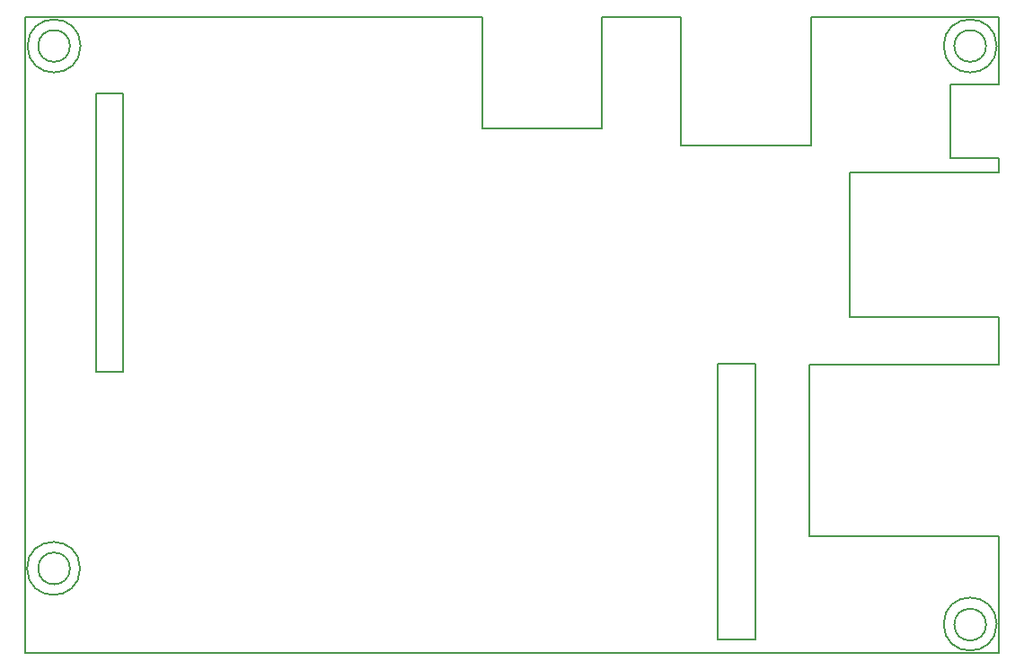
<source format=gbr>
G04 #@! TF.FileFunction,Drawing*
%FSLAX46Y46*%
G04 Gerber Fmt 4.6, Leading zero omitted, Abs format (unit mm)*
G04 Created by KiCad (PCBNEW 4.0.5-e0-6337~49~ubuntu16.04.1) date Fri Jan 27 20:14:09 2017*
%MOMM*%
%LPD*%
G01*
G04 APERTURE LIST*
%ADD10C,0.100000*%
%ADD11C,0.150000*%
%ADD12C,0.200000*%
G04 APERTURE END LIST*
D10*
D11*
X123180000Y-106950000D02*
X125680000Y-106950000D01*
X125680000Y-80650000D02*
X125680000Y-106950000D01*
X123180000Y-80650000D02*
X125680000Y-80650000D01*
X123180000Y-80650000D02*
X123180000Y-106950000D01*
X181780000Y-132150000D02*
X181780000Y-106150000D01*
X185280000Y-106150000D02*
X181780000Y-106150000D01*
X185280000Y-132150000D02*
X181780000Y-132150000D01*
X185280000Y-106150000D02*
X185280000Y-132150000D01*
X208280000Y-122450000D02*
X208280000Y-133450000D01*
X190400000Y-122450000D02*
X208280000Y-122450000D01*
X190400000Y-106250000D02*
X190400000Y-122450000D01*
X208280000Y-106250000D02*
X190400000Y-106250000D01*
X208280000Y-101750000D02*
X208280000Y-106250000D01*
X194180000Y-101750000D02*
X208280000Y-101750000D01*
X194180000Y-88150000D02*
X194180000Y-101750000D01*
X208280000Y-88150000D02*
X194180000Y-88150000D01*
X208280000Y-86750000D02*
X208280000Y-88150000D01*
X203700000Y-86750000D02*
X208280000Y-86750000D01*
X203700000Y-79850000D02*
X203700000Y-86750000D01*
X208280000Y-79850000D02*
X203700000Y-79850000D01*
X190600000Y-73450000D02*
X208280000Y-73450000D01*
X190600000Y-85550000D02*
X190600000Y-73450000D01*
X178300000Y-85550000D02*
X190600000Y-85550000D01*
X178300000Y-73450000D02*
X178300000Y-85550000D01*
X170800000Y-73450000D02*
X178300000Y-73450000D01*
X170800000Y-83950000D02*
X170800000Y-73450000D01*
X159600000Y-83950000D02*
X170800000Y-83950000D01*
X159600000Y-73450000D02*
X159600000Y-83950000D01*
D12*
X121650000Y-125450000D02*
G75*
G03X121650000Y-125450000I-2500000J0D01*
G01*
X208050000Y-130700000D02*
G75*
G03X208050000Y-130700000I-2500000J0D01*
G01*
X208050000Y-76200000D02*
G75*
G03X208050000Y-76200000I-2500000J0D01*
G01*
X121700000Y-76200000D02*
G75*
G03X121700000Y-76200000I-2500000J0D01*
G01*
D11*
X120700000Y-125450000D02*
G75*
G03X120700000Y-125450000I-1500000J0D01*
G01*
X207050000Y-130750000D02*
G75*
G03X207050000Y-130750000I-1500000J0D01*
G01*
X207050000Y-76200000D02*
G75*
G03X207050000Y-76200000I-1500000J0D01*
G01*
X120700000Y-76200000D02*
G75*
G03X120700000Y-76200000I-1500000J0D01*
G01*
X116480000Y-133450000D02*
X116480000Y-73450000D01*
X208280000Y-133450000D02*
X116480000Y-133450000D01*
X208280000Y-73450000D02*
X208280000Y-79850000D01*
X116480000Y-73450000D02*
X159600000Y-73450000D01*
M02*

</source>
